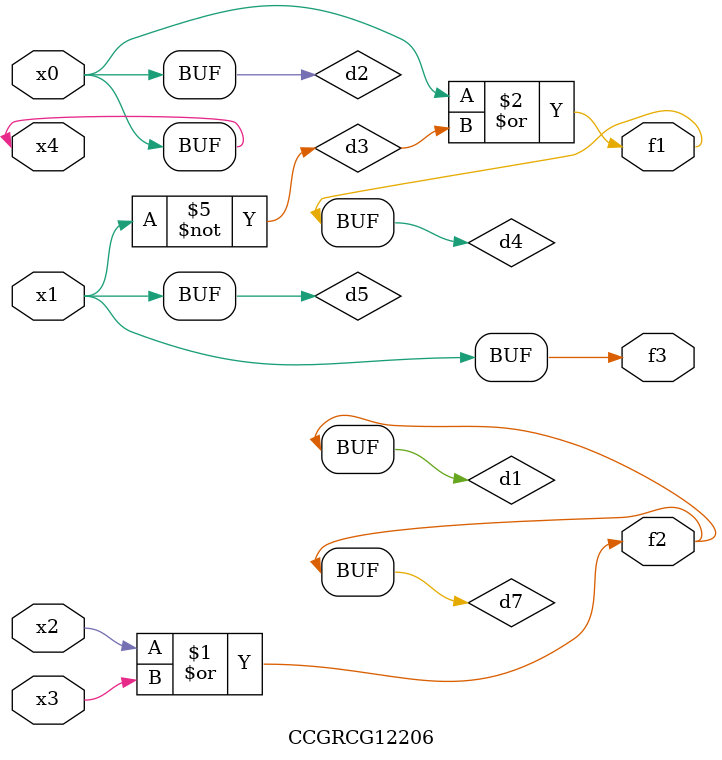
<source format=v>
module CCGRCG12206(
	input x0, x1, x2, x3, x4,
	output f1, f2, f3
);

	wire d1, d2, d3, d4, d5, d6, d7;

	or (d1, x2, x3);
	buf (d2, x0, x4);
	not (d3, x1);
	or (d4, d2, d3);
	not (d5, d3);
	nand (d6, d1, d3);
	or (d7, d1);
	assign f1 = d4;
	assign f2 = d7;
	assign f3 = d5;
endmodule

</source>
